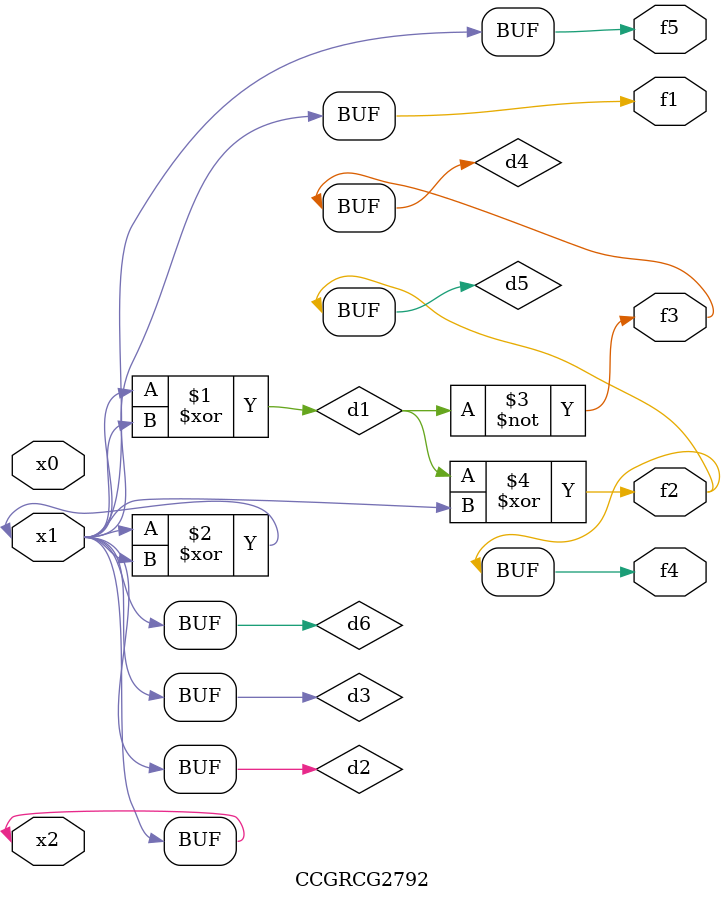
<source format=v>
module CCGRCG2792(
	input x0, x1, x2,
	output f1, f2, f3, f4, f5
);

	wire d1, d2, d3, d4, d5, d6;

	xor (d1, x1, x2);
	buf (d2, x1, x2);
	xor (d3, x1, x2);
	nor (d4, d1);
	xor (d5, d1, d2);
	buf (d6, d2, d3);
	assign f1 = d6;
	assign f2 = d5;
	assign f3 = d4;
	assign f4 = d5;
	assign f5 = d6;
endmodule

</source>
